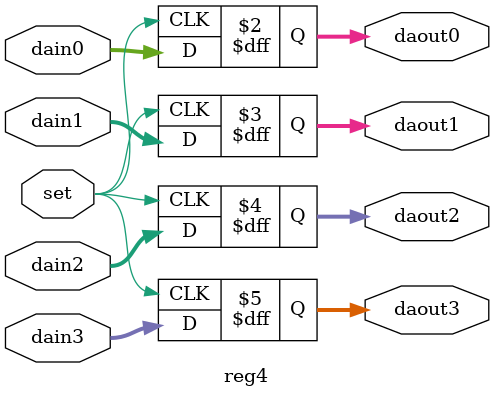
<source format=v>
module reg4(set, dain3, daout0, dain2, daout1, dain1, daout2, dain0, daout3);
input set;
input [3:0] dain3, dain2, dain1, dain0;
output [3:0] daout0, daout1, daout2, daout3;
wire set;
reg [3:0] daout0, daout1, daout2, daout3;
always @(posedge set) begin
    daout3 <= dain3;
    daout2 <= dain2;
    daout1 <= dain1;
    daout0 <= dain0;
end
endmodule
</source>
